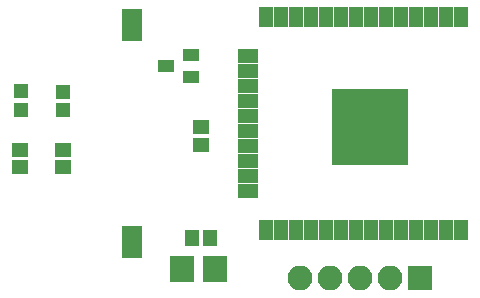
<source format=gts>
G04 #@! TF.GenerationSoftware,KiCad,Pcbnew,no-vcs-found*
G04 #@! TF.CreationDate,2017-01-06T11:39:05+01:00*
G04 #@! TF.ProjectId,ESP32-HELP-Button-CR2032,45535033322D48454C502D427574746F,rev?*
G04 #@! TF.FileFunction,Soldermask,Top*
G04 #@! TF.FilePolarity,Negative*
%FSLAX46Y46*%
G04 Gerber Fmt 4.6, Leading zero omitted, Abs format (unit mm)*
G04 Created by KiCad (PCBNEW no-vcs-found) date Fri Jan  6 11:39:05 2017*
%MOMM*%
%LPD*%
G01*
G04 APERTURE LIST*
%ADD10C,0.100000*%
%ADD11R,1.700000X2.740000*%
%ADD12R,1.200000X1.200000*%
%ADD13O,2.100000X2.100000*%
%ADD14R,2.100000X2.100000*%
%ADD15R,1.400760X0.999440*%
%ADD16R,1.400760X1.299160*%
%ADD17C,1.200000*%
%ADD18R,6.400000X6.400000*%
%ADD19R,1.300000X1.750000*%
%ADD20R,1.750000X1.300000*%
%ADD21R,1.299160X1.400760*%
%ADD22R,2.000200X2.203400*%
G04 APERTURE END LIST*
D10*
D11*
X40853000Y-36657000D03*
X40853000Y-54997000D03*
D12*
X35011000Y-43896000D03*
X35011000Y-42296000D03*
X31455000Y-42245000D03*
X31455000Y-43845000D03*
D13*
X55077000Y-58120000D03*
X57617000Y-58120000D03*
X60157000Y-58120000D03*
X62697000Y-58120000D03*
D14*
X65237000Y-58120000D03*
D15*
X45846640Y-41102000D03*
X43733360Y-40149500D03*
X45846640Y-39197000D03*
D16*
X46695000Y-46817000D03*
X46695000Y-45313320D03*
X35011000Y-48722000D03*
X35011000Y-47218320D03*
X31328000Y-47218320D03*
X31328000Y-48722000D03*
D17*
X62956000Y-43322000D03*
D18*
X60956000Y-45322000D03*
D19*
X68666000Y-36022000D03*
X67396000Y-36022000D03*
X66126000Y-36022000D03*
X64856000Y-36022000D03*
X63586000Y-36022000D03*
X62316000Y-36022000D03*
X61046000Y-36022000D03*
X59776000Y-36022000D03*
X58506000Y-36022000D03*
X57236000Y-36022000D03*
X55966000Y-36022000D03*
X54696000Y-36022000D03*
X53426000Y-36022000D03*
X52156000Y-36022000D03*
D20*
X50656000Y-39322000D03*
X50656000Y-40592000D03*
X50656000Y-41862000D03*
X50656000Y-43132000D03*
X50656000Y-44402000D03*
X50656000Y-45672000D03*
X50656000Y-46942000D03*
X50656000Y-48212000D03*
X50656000Y-49482000D03*
X50656000Y-50752000D03*
D19*
X52156000Y-54052000D03*
X53426000Y-54052000D03*
X54696000Y-54052000D03*
X55966000Y-54052000D03*
X57236000Y-54052000D03*
X58506000Y-54052000D03*
X59776000Y-54052000D03*
X61046000Y-54052000D03*
X62316000Y-54052000D03*
X63586000Y-54052000D03*
X64856000Y-54052000D03*
X66126000Y-54052000D03*
X67396000Y-54052000D03*
X68666000Y-54052000D03*
D17*
X61956000Y-43322000D03*
X60956000Y-43322000D03*
X59956000Y-43322000D03*
X58956000Y-43322000D03*
X58956000Y-44322000D03*
X59956000Y-44322000D03*
X60956000Y-44322000D03*
X61956000Y-44322000D03*
X62956000Y-44322000D03*
X62956000Y-46322000D03*
X61956000Y-46322000D03*
X60956000Y-46322000D03*
X59956000Y-46322000D03*
X58956000Y-46322000D03*
X58956000Y-45322000D03*
X59956000Y-45322000D03*
X60956000Y-45322000D03*
X61956000Y-45322000D03*
X62956000Y-45322000D03*
X58956000Y-47322000D03*
X59956000Y-47322000D03*
X60956000Y-47322000D03*
X61956000Y-47322000D03*
X62956000Y-47322000D03*
D21*
X47457000Y-54691000D03*
X45953320Y-54691000D03*
D22*
X47838000Y-57358000D03*
X45044000Y-57358000D03*
M02*

</source>
